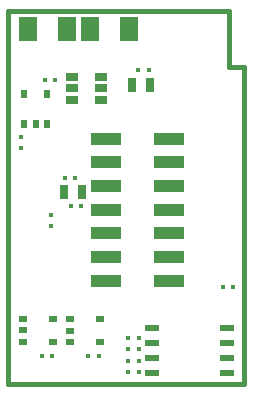
<source format=gbp>
G04 (created by PCBNEW-RS274X (2010-08-11 BZR 2448)-unstable) date Thu 16 Jun 2011 14:25:03 CST*
G01*
G70*
G90*
%MOIN*%
G04 Gerber Fmt 3.4, Leading zero omitted, Abs format*
%FSLAX34Y34*%
G04 APERTURE LIST*
%ADD10C,0.001000*%
%ADD11C,0.015000*%
%ADD12R,0.018100X0.018100*%
%ADD13R,0.025000X0.045000*%
%ADD14R,0.060000X0.080000*%
%ADD15R,0.045000X0.020000*%
%ADD16R,0.030000X0.020000*%
%ADD17R,0.020000X0.030000*%
%ADD18R,0.039400X0.027600*%
%ADD19R,0.098400X0.039400*%
G04 APERTURE END LIST*
G54D10*
G54D11*
X47244Y-41220D02*
X47244Y-41220D01*
X46732Y-41221D02*
X47244Y-41221D01*
X46732Y-39370D02*
X46732Y-41220D01*
X39370Y-51811D02*
X39370Y-39370D01*
X47244Y-51811D02*
X39370Y-51811D01*
X47244Y-41220D02*
X47244Y-51811D01*
X39370Y-39370D02*
X46732Y-39370D01*
G54D12*
X43370Y-50640D03*
X43720Y-50640D03*
X46520Y-48580D03*
X46870Y-48580D03*
X43720Y-50260D03*
X43370Y-50260D03*
X40810Y-46180D03*
X40810Y-46530D03*
X41250Y-44940D03*
X41600Y-44940D03*
X43720Y-51020D03*
X43370Y-51020D03*
X43720Y-51410D03*
X43370Y-51410D03*
X42390Y-50880D03*
X42040Y-50880D03*
X40840Y-50880D03*
X40490Y-50880D03*
X40580Y-41680D03*
X40930Y-41680D03*
X39800Y-43920D03*
X39800Y-43570D03*
G54D13*
X43480Y-41840D03*
X44080Y-41840D03*
X41820Y-45400D03*
X41220Y-45400D03*
G54D14*
X42086Y-39961D03*
X43386Y-39961D03*
G54D15*
X46670Y-51420D03*
X46670Y-50920D03*
X46670Y-50420D03*
X46670Y-49920D03*
X44170Y-49920D03*
X44170Y-50420D03*
X44170Y-50920D03*
X44170Y-51420D03*
G54D16*
X41430Y-50395D03*
X41430Y-49645D03*
X42430Y-50395D03*
X41430Y-50020D03*
X42430Y-49645D03*
G54D17*
X40655Y-43120D03*
X39905Y-43120D03*
X40655Y-42120D03*
X40280Y-43120D03*
X39905Y-42120D03*
G54D16*
X39860Y-50385D03*
X39860Y-49635D03*
X40860Y-50385D03*
X39860Y-50010D03*
X40860Y-49635D03*
G54D18*
X41510Y-42320D03*
X41510Y-41945D03*
X41510Y-41572D03*
X42454Y-41570D03*
X42454Y-41948D03*
X42454Y-42320D03*
G54D12*
X43700Y-41340D03*
X44050Y-41340D03*
X41810Y-45870D03*
X41460Y-45870D03*
G54D19*
X44729Y-43630D03*
X42642Y-43630D03*
X44729Y-44417D03*
X42642Y-44417D03*
X44729Y-45205D03*
X42642Y-45205D03*
X44729Y-45992D03*
X42642Y-45992D03*
X44729Y-46780D03*
X42642Y-46780D03*
X44729Y-47567D03*
X42642Y-47567D03*
X44729Y-48354D03*
X42642Y-48354D03*
G54D14*
X40019Y-39961D03*
X41319Y-39961D03*
M02*

</source>
